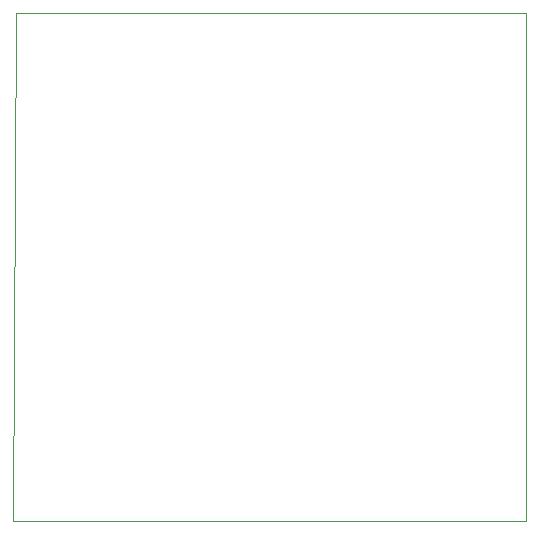
<source format=gbr>
G04*
G04 #@! TF.GenerationSoftware,Altium Limited,Altium Designer,23.1.1 (15)*
G04*
G04 Layer_Color=0*
%FSLAX44Y44*%
%MOMM*%
G71*
G04*
G04 #@! TF.SameCoordinates,3CDF7206-D262-4709-9A5B-6562F1D84354*
G04*
G04*
G04 #@! TF.FilePolarity,Positive*
G04*
G01*
G75*
%ADD25C,0.0254*%
D25*
X210816Y850900D02*
X645160D01*
Y1281430D01*
X213356D01*
X210816Y850900D01*
M02*

</source>
